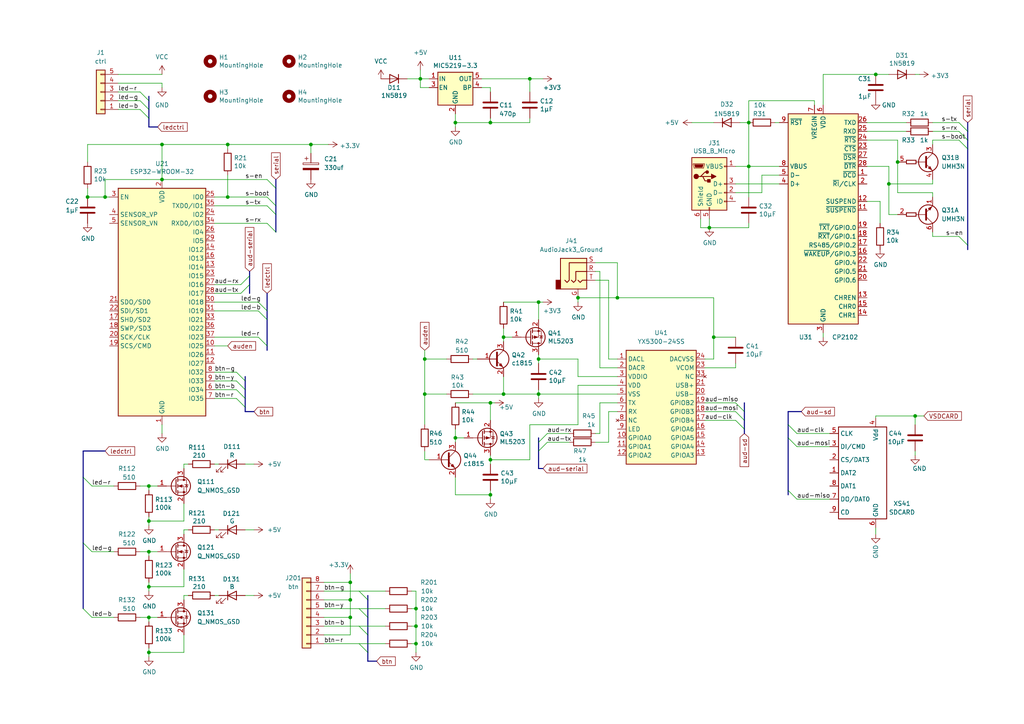
<source format=kicad_sch>
(kicad_sch (version 20230121) (generator eeschema)
  (paper "A4")
  (junction (at 43.18 160.02))
  (junction (at 179.07 86.36))
  (junction (at 101.6 173.99))
  (junction (at 257.81 53.34))
  (junction (at 30.48 57.15))
  (junction (at 120.65 176.53))
  (junction (at 217.17 35.56))
  (junction (at 156.21 104.14))
  (junction (at 123.19 114.3))
  (junction (at 121.92 22.86))
  (junction (at 254 21.59))
  (junction (at 25.4 57.15))
  (junction (at 43.18 151.13))
  (junction (at 167.64 86.36))
  (junction (at 265.43 120.65))
  (junction (at 90.17 41.91))
  (junction (at 101.6 168.91))
  (junction (at 132.08 35.56))
  (junction (at 46.99 41.91))
  (junction (at 123.19 104.14))
  (junction (at 156.21 114.3))
  (junction (at 260.35 46.99))
  (junction (at 120.65 181.61))
  (junction (at 153.67 22.86))
  (junction (at 207.01 97.79))
  (junction (at 142.24 143.51))
  (junction (at 146.05 114.3))
  (junction (at 205.74 66.04))
  (junction (at 217.17 48.26))
  (junction (at 43.18 179.07))
  (junction (at 132.08 127))
  (junction (at 142.24 35.56))
  (junction (at 66.04 57.15))
  (junction (at 46.99 52.07))
  (junction (at 43.18 170.18))
  (junction (at 146.05 97.79))
  (junction (at 43.18 140.97))
  (junction (at 142.24 116.84))
  (junction (at 101.6 179.07))
  (junction (at 156.21 87.63))
  (junction (at 120.65 186.69))
  (junction (at 43.18 189.23))
  (junction (at 142.24 133.35))
  (junction (at 66.04 41.91))
  (bus_entry (at 104.14 176.53) (size 2.54 2.54))
  (bus_entry (at 104.14 181.61) (size 2.54 2.54))
  (bus_entry (at 74.93 97.79) (size 2.54 2.54))
  (bus_entry (at 104.14 171.45) (size 2.54 2.54))
  (bus_entry (at 74.93 87.63) (size 2.54 2.54))
  (bus_entry (at 278.13 35.56) (size 2.54 2.54))
  (bus_entry (at 213.36 119.38) (size 2.54 2.54))
  (bus_entry (at 24.13 157.48) (size 2.54 2.54))
  (bus_entry (at 77.47 59.69) (size 2.54 2.54))
  (bus_entry (at 24.13 176.53) (size 2.54 2.54))
  (bus_entry (at 156.21 128.27) (size 2.54 -2.54))
  (bus_entry (at 69.85 85.09) (size 2.54 -2.54))
  (bus_entry (at 69.85 82.55) (size 2.54 -2.54))
  (bus_entry (at 68.58 110.49) (size 2.54 2.54))
  (bus_entry (at 278.13 68.58) (size 2.54 2.54))
  (bus_entry (at 74.93 90.17) (size 2.54 2.54))
  (bus_entry (at 77.47 57.15) (size 2.54 2.54))
  (bus_entry (at 77.47 52.07) (size 2.54 2.54))
  (bus_entry (at 40.64 26.67) (size 2.54 2.54))
  (bus_entry (at 156.21 130.81) (size 2.54 -2.54))
  (bus_entry (at 40.64 29.21) (size 2.54 2.54))
  (bus_entry (at 40.64 31.75) (size 2.54 2.54))
  (bus_entry (at 68.58 113.03) (size 2.54 2.54))
  (bus_entry (at 228.6 142.24) (size 2.54 2.54))
  (bus_entry (at 228.6 127) (size 2.54 2.54))
  (bus_entry (at 278.13 38.1) (size 2.54 2.54))
  (bus_entry (at 213.36 121.92) (size 2.54 2.54))
  (bus_entry (at 228.6 123.19) (size 2.54 2.54))
  (bus_entry (at 278.13 40.64) (size 2.54 2.54))
  (bus_entry (at 68.58 107.95) (size 2.54 2.54))
  (bus_entry (at 104.14 186.69) (size 2.54 2.54))
  (bus_entry (at 68.58 115.57) (size 2.54 2.54))
  (bus_entry (at 77.47 64.77) (size 2.54 2.54))
  (bus_entry (at 24.13 138.43) (size 2.54 2.54))
  (bus_entry (at 213.36 116.84) (size 2.54 2.54))
  (wire (pts (xy 26.67 179.07) (xy 33.02 179.07)))
  (wire (pts (xy 146.05 97.79) (xy 146.05 99.06)))
  (wire (pts (xy 46.99 52.07) (xy 77.47 52.07)))
  (wire (pts (xy 254 121.285) (xy 254 120.65)))
  (wire (pts (xy 156.21 87.63) (xy 157.48 87.63)))
  (wire (pts (xy 25.4 46.99) (xy 25.4 41.91)))
  (wire (pts (xy 142.24 25.4) (xy 142.24 26.67)))
  (wire (pts (xy 173.99 106.68) (xy 179.07 106.68)))
  (wire (pts (xy 104.14 186.69) (xy 111.76 186.69)))
  (wire (pts (xy 34.29 29.21) (xy 40.64 29.21)))
  (bus (pts (xy 280.67 40.64) (xy 280.67 43.18)))
  (wire (pts (xy 207.01 86.36) (xy 207.01 97.79)))
  (wire (pts (xy 66.04 41.91) (xy 90.17 41.91)))
  (wire (pts (xy 278.13 38.1) (xy 270.51 38.1)))
  (wire (pts (xy 119.38 186.69) (xy 120.65 186.69)))
  (wire (pts (xy 265.43 123.19) (xy 265.43 120.65)))
  (wire (pts (xy 46.99 41.91) (xy 66.04 41.91)))
  (wire (pts (xy 53.34 134.62) (xy 54.61 134.62)))
  (wire (pts (xy 101.6 168.91) (xy 101.6 166.37)))
  (wire (pts (xy 217.17 35.56) (xy 217.17 48.26)))
  (wire (pts (xy 137.16 114.3) (xy 146.05 114.3)))
  (wire (pts (xy 104.14 176.53) (xy 111.76 176.53)))
  (wire (pts (xy 26.67 140.97) (xy 33.02 140.97)))
  (wire (pts (xy 217.17 48.26) (xy 226.06 48.26)))
  (bus (pts (xy 156.21 130.81) (xy 156.21 135.89)))
  (wire (pts (xy 172.72 78.74) (xy 173.99 78.74)))
  (bus (pts (xy 80.01 52.07) (xy 80.01 54.61)))
  (wire (pts (xy 123.19 104.14) (xy 129.54 104.14)))
  (wire (pts (xy 255.27 58.42) (xy 255.27 64.77)))
  (wire (pts (xy 146.05 109.22) (xy 146.05 114.3)))
  (wire (pts (xy 257.81 62.23) (xy 260.35 62.23)))
  (wire (pts (xy 205.74 66.04) (xy 217.17 66.04)))
  (wire (pts (xy 142.24 132.08) (xy 142.24 133.35)))
  (wire (pts (xy 132.08 143.51) (xy 142.24 143.51)))
  (wire (pts (xy 265.43 21.59) (xy 266.7 21.59)))
  (bus (pts (xy 71.12 119.38) (xy 73.66 119.38)))
  (wire (pts (xy 257.81 21.59) (xy 254 21.59)))
  (wire (pts (xy 270.51 68.58) (xy 270.51 67.31)))
  (wire (pts (xy 43.18 160.02) (xy 45.72 160.02)))
  (wire (pts (xy 46.99 125.73) (xy 46.99 123.19)))
  (wire (pts (xy 62.23 90.17) (xy 74.93 90.17)))
  (wire (pts (xy 156.21 104.14) (xy 156.21 105.41)))
  (bus (pts (xy 156.21 128.27) (xy 156.21 130.81)))
  (wire (pts (xy 62.23 153.67) (xy 63.5 153.67)))
  (wire (pts (xy 62.23 110.49) (xy 68.58 110.49)))
  (wire (pts (xy 121.92 22.86) (xy 121.92 25.4)))
  (wire (pts (xy 90.17 41.91) (xy 95.25 41.91)))
  (wire (pts (xy 214.63 35.56) (xy 217.17 35.56)))
  (wire (pts (xy 30.48 57.15) (xy 30.48 52.07)))
  (wire (pts (xy 93.98 168.91) (xy 101.6 168.91)))
  (bus (pts (xy 80.01 59.69) (xy 80.01 62.23)))
  (wire (pts (xy 217.17 48.26) (xy 217.17 57.15)))
  (wire (pts (xy 40.64 179.07) (xy 43.18 179.07)))
  (wire (pts (xy 142.24 143.51) (xy 142.24 144.78)))
  (wire (pts (xy 43.18 140.97) (xy 43.18 142.24)))
  (wire (pts (xy 224.79 35.56) (xy 226.06 35.56)))
  (wire (pts (xy 43.18 179.07) (xy 43.18 180.34)))
  (bus (pts (xy 72.39 80.01) (xy 72.39 82.55)))
  (wire (pts (xy 25.4 57.15) (xy 30.48 57.15)))
  (wire (pts (xy 203.2 66.04) (xy 205.74 66.04)))
  (wire (pts (xy 53.34 153.67) (xy 54.61 153.67)))
  (wire (pts (xy 34.29 26.67) (xy 40.64 26.67)))
  (wire (pts (xy 118.11 22.86) (xy 121.92 22.86)))
  (wire (pts (xy 153.67 22.86) (xy 157.48 22.86)))
  (bus (pts (xy 24.13 130.81) (xy 24.13 138.43)))
  (wire (pts (xy 62.23 172.72) (xy 63.5 172.72)))
  (wire (pts (xy 43.18 151.13) (xy 53.34 151.13)))
  (bus (pts (xy 43.18 31.75) (xy 43.18 34.29)))
  (wire (pts (xy 40.64 160.02) (xy 43.18 160.02)))
  (wire (pts (xy 142.24 116.84) (xy 143.51 116.84)))
  (wire (pts (xy 121.92 25.4) (xy 124.46 25.4)))
  (wire (pts (xy 238.76 21.59) (xy 254 21.59)))
  (bus (pts (xy 80.01 62.23) (xy 80.01 67.31)))
  (wire (pts (xy 43.18 151.13) (xy 43.18 152.4)))
  (wire (pts (xy 43.18 149.86) (xy 43.18 151.13)))
  (wire (pts (xy 251.46 48.26) (xy 257.81 48.26)))
  (bus (pts (xy 71.12 110.49) (xy 71.12 113.03)))
  (wire (pts (xy 93.98 184.15) (xy 101.6 184.15)))
  (wire (pts (xy 53.34 165.1) (xy 53.34 170.18)))
  (wire (pts (xy 121.92 20.32) (xy 121.92 22.86)))
  (wire (pts (xy 251.46 40.64) (xy 260.35 40.64)))
  (bus (pts (xy 215.9 119.38) (xy 215.9 121.92)))
  (wire (pts (xy 179.07 119.38) (xy 176.53 119.38)))
  (wire (pts (xy 71.12 172.72) (xy 73.66 172.72)))
  (wire (pts (xy 153.67 123.19) (xy 167.64 123.19)))
  (bus (pts (xy 77.47 90.17) (xy 77.47 92.71)))
  (bus (pts (xy 215.9 124.46) (xy 215.9 125.73)))
  (wire (pts (xy 62.23 59.69) (xy 77.47 59.69)))
  (wire (pts (xy 153.67 26.67) (xy 153.67 22.86)))
  (wire (pts (xy 132.08 33.02) (xy 132.08 35.56)))
  (wire (pts (xy 231.14 129.54) (xy 240.665 129.54)))
  (wire (pts (xy 90.17 41.91) (xy 90.17 44.45)))
  (wire (pts (xy 270.51 68.58) (xy 278.13 68.58)))
  (wire (pts (xy 217.17 29.21) (xy 217.17 35.56)))
  (wire (pts (xy 53.34 146.05) (xy 53.34 151.13)))
  (bus (pts (xy 106.68 184.15) (xy 106.68 189.23)))
  (wire (pts (xy 43.18 140.97) (xy 45.72 140.97)))
  (wire (pts (xy 142.24 133.35) (xy 142.24 134.62)))
  (bus (pts (xy 280.67 35.56) (xy 280.67 38.1)))
  (wire (pts (xy 132.08 35.56) (xy 132.08 36.83)))
  (wire (pts (xy 123.19 101.6) (xy 123.19 104.14)))
  (wire (pts (xy 176.53 81.28) (xy 176.53 104.14)))
  (wire (pts (xy 62.23 82.55) (xy 69.85 82.55)))
  (wire (pts (xy 93.98 186.69) (xy 104.14 186.69)))
  (wire (pts (xy 62.23 97.79) (xy 74.93 97.79)))
  (wire (pts (xy 207.01 97.79) (xy 207.01 104.14)))
  (wire (pts (xy 153.67 133.35) (xy 153.67 123.19)))
  (wire (pts (xy 120.65 171.45) (xy 119.38 171.45)))
  (wire (pts (xy 179.07 76.2) (xy 172.72 76.2)))
  (wire (pts (xy 53.34 172.72) (xy 54.61 172.72)))
  (wire (pts (xy 43.18 168.91) (xy 43.18 170.18)))
  (bus (pts (xy 71.12 109.22) (xy 71.12 110.49)))
  (wire (pts (xy 132.08 116.84) (xy 142.24 116.84)))
  (wire (pts (xy 204.47 119.38) (xy 213.36 119.38)))
  (wire (pts (xy 142.24 116.84) (xy 142.24 121.92)))
  (wire (pts (xy 205.74 63.5) (xy 205.74 66.04)))
  (bus (pts (xy 71.12 115.57) (xy 71.12 118.11)))
  (wire (pts (xy 257.81 53.34) (xy 257.81 62.23)))
  (wire (pts (xy 142.24 142.24) (xy 142.24 143.51)))
  (bus (pts (xy 280.67 43.18) (xy 280.67 71.12)))
  (wire (pts (xy 43.18 170.18) (xy 43.18 171.45)))
  (wire (pts (xy 132.08 124.46) (xy 132.08 127)))
  (wire (pts (xy 167.64 86.36) (xy 179.07 86.36)))
  (wire (pts (xy 173.99 116.84) (xy 179.07 116.84)))
  (wire (pts (xy 71.12 134.62) (xy 73.66 134.62)))
  (wire (pts (xy 62.23 64.77) (xy 77.47 64.77)))
  (wire (pts (xy 104.14 181.61) (xy 111.76 181.61)))
  (wire (pts (xy 62.23 85.09) (xy 69.85 85.09)))
  (wire (pts (xy 173.99 78.74) (xy 173.99 106.68)))
  (bus (pts (xy 280.67 38.1) (xy 280.67 40.64)))
  (wire (pts (xy 101.6 173.99) (xy 101.6 168.91)))
  (wire (pts (xy 139.7 25.4) (xy 142.24 25.4)))
  (wire (pts (xy 34.29 24.13) (xy 46.99 24.13)))
  (bus (pts (xy 106.68 179.07) (xy 106.68 184.15)))
  (wire (pts (xy 43.18 170.18) (xy 53.34 170.18)))
  (wire (pts (xy 34.29 21.59) (xy 46.99 21.59)))
  (wire (pts (xy 121.92 22.86) (xy 124.46 22.86)))
  (wire (pts (xy 158.75 128.27) (xy 165.1 128.27)))
  (wire (pts (xy 176.53 104.14) (xy 179.07 104.14)))
  (bus (pts (xy 106.68 172.72) (xy 106.68 173.99)))
  (bus (pts (xy 77.47 100.33) (xy 77.47 101.6)))
  (wire (pts (xy 254 153.035) (xy 254 154.94)))
  (wire (pts (xy 62.23 100.33) (xy 66.04 100.33)))
  (wire (pts (xy 93.98 181.61) (xy 104.14 181.61)))
  (wire (pts (xy 204.47 121.92) (xy 213.36 121.92)))
  (wire (pts (xy 93.98 173.99) (xy 101.6 173.99)))
  (wire (pts (xy 120.65 189.23) (xy 120.65 186.69)))
  (wire (pts (xy 62.23 113.03) (xy 68.58 113.03)))
  (wire (pts (xy 204.47 116.84) (xy 213.36 116.84)))
  (wire (pts (xy 101.6 179.07) (xy 101.6 173.99)))
  (wire (pts (xy 46.99 52.07) (xy 46.99 41.91)))
  (wire (pts (xy 62.23 107.95) (xy 68.58 107.95)))
  (wire (pts (xy 123.19 114.3) (xy 123.19 123.19)))
  (bus (pts (xy 71.12 113.03) (xy 71.12 115.57)))
  (bus (pts (xy 228.6 119.38) (xy 228.6 123.19)))
  (wire (pts (xy 265.43 130.81) (xy 265.43 132.08)))
  (bus (pts (xy 106.68 191.77) (xy 109.22 191.77)))
  (wire (pts (xy 142.24 34.29) (xy 142.24 35.56)))
  (wire (pts (xy 123.19 130.81) (xy 123.19 133.35)))
  (wire (pts (xy 217.17 64.77) (xy 217.17 66.04)))
  (wire (pts (xy 53.34 184.15) (xy 53.34 189.23)))
  (wire (pts (xy 236.22 30.48) (xy 236.22 29.21)))
  (wire (pts (xy 132.08 35.56) (xy 142.24 35.56)))
  (wire (pts (xy 257.81 48.26) (xy 257.81 53.34)))
  (wire (pts (xy 71.12 153.67) (xy 73.66 153.67)))
  (wire (pts (xy 251.46 35.56) (xy 262.89 35.56)))
  (wire (pts (xy 270.51 52.07) (xy 270.51 53.34)))
  (wire (pts (xy 260.35 46.99) (xy 260.35 40.64)))
  (wire (pts (xy 142.24 133.35) (xy 153.67 133.35)))
  (bus (pts (xy 228.6 142.24) (xy 228.6 143.51)))
  (wire (pts (xy 172.72 125.73) (xy 173.99 125.73)))
  (wire (pts (xy 123.19 114.3) (xy 129.54 114.3)))
  (wire (pts (xy 251.46 58.42) (xy 255.27 58.42)))
  (wire (pts (xy 123.19 104.14) (xy 123.19 114.3)))
  (wire (pts (xy 62.23 115.57) (xy 68.58 115.57)))
  (wire (pts (xy 30.48 57.15) (xy 31.75 57.15)))
  (bus (pts (xy 80.01 54.61) (xy 80.01 59.69)))
  (wire (pts (xy 213.36 105.41) (xy 213.36 106.68)))
  (wire (pts (xy 93.98 171.45) (xy 104.14 171.45)))
  (wire (pts (xy 132.08 138.43) (xy 132.08 143.51)))
  (wire (pts (xy 179.07 109.22) (xy 167.64 109.22)))
  (wire (pts (xy 142.24 35.56) (xy 153.67 35.56)))
  (wire (pts (xy 146.05 95.25) (xy 146.05 97.79)))
  (wire (pts (xy 119.38 181.61) (xy 120.65 181.61)))
  (wire (pts (xy 25.4 41.91) (xy 46.99 41.91)))
  (wire (pts (xy 254 120.65) (xy 265.43 120.65)))
  (wire (pts (xy 213.36 53.34) (xy 226.06 53.34)))
  (bus (pts (xy 232.41 119.38) (xy 228.6 119.38)))
  (wire (pts (xy 66.04 50.8) (xy 66.04 57.15)))
  (wire (pts (xy 139.7 22.86) (xy 153.67 22.86)))
  (wire (pts (xy 238.76 21.59) (xy 238.76 30.48)))
  (bus (pts (xy 24.13 157.48) (xy 24.13 176.53)))
  (wire (pts (xy 40.64 140.97) (xy 43.18 140.97)))
  (bus (pts (xy 43.18 36.83) (xy 45.72 36.83)))
  (wire (pts (xy 93.98 179.07) (xy 101.6 179.07)))
  (wire (pts (xy 251.46 38.1) (xy 262.89 38.1)))
  (wire (pts (xy 167.64 111.76) (xy 179.07 111.76)))
  (bus (pts (xy 77.47 85.09) (xy 77.47 90.17)))
  (wire (pts (xy 207.01 104.14) (xy 204.47 104.14)))
  (wire (pts (xy 270.51 40.64) (xy 278.13 40.64)))
  (wire (pts (xy 25.4 54.61) (xy 25.4 57.15)))
  (wire (pts (xy 146.05 87.63) (xy 156.21 87.63)))
  (wire (pts (xy 231.14 125.73) (xy 240.665 125.73)))
  (wire (pts (xy 62.23 87.63) (xy 74.93 87.63)))
  (wire (pts (xy 119.38 176.53) (xy 120.65 176.53)))
  (wire (pts (xy 200.66 35.56) (xy 207.01 35.56)))
  (bus (pts (xy 106.68 189.23) (xy 106.68 191.77)))
  (wire (pts (xy 156.21 114.3) (xy 179.07 114.3)))
  (wire (pts (xy 43.18 179.07) (xy 45.72 179.07)))
  (bus (pts (xy 228.6 123.19) (xy 228.6 127)))
  (wire (pts (xy 43.18 189.23) (xy 43.18 190.5)))
  (wire (pts (xy 43.18 187.96) (xy 43.18 189.23)))
  (bus (pts (xy 156.21 127) (xy 156.21 128.27)))
  (wire (pts (xy 220.98 50.8) (xy 220.98 55.88)))
  (bus (pts (xy 72.39 78.74) (xy 72.39 80.01)))
  (wire (pts (xy 43.18 189.23) (xy 53.34 189.23)))
  (wire (pts (xy 270.51 55.88) (xy 270.51 57.15)))
  (bus (pts (xy 71.12 118.11) (xy 71.12 119.38)))
  (wire (pts (xy 120.65 181.61) (xy 120.65 176.53)))
  (wire (pts (xy 213.36 106.68) (xy 204.47 106.68)))
  (wire (pts (xy 179.07 86.36) (xy 179.07 76.2)))
  (wire (pts (xy 167.64 109.22) (xy 167.64 104.14)))
  (wire (pts (xy 156.21 87.63) (xy 156.21 92.71)))
  (bus (pts (xy 43.18 34.29) (xy 43.18 36.83)))
  (wire (pts (xy 172.72 81.28) (xy 176.53 81.28)))
  (wire (pts (xy 207.01 97.79) (xy 213.36 97.79)))
  (bus (pts (xy 215.9 116.84) (xy 215.9 119.38)))
  (wire (pts (xy 26.67 160.02) (xy 33.02 160.02)))
  (wire (pts (xy 62.23 134.62) (xy 63.5 134.62)))
  (wire (pts (xy 93.98 176.53) (xy 104.14 176.53)))
  (wire (pts (xy 53.34 172.72) (xy 53.34 173.99)))
  (wire (pts (xy 62.23 57.15) (xy 66.04 57.15)))
  (wire (pts (xy 172.72 128.27) (xy 176.53 128.27)))
  (bus (pts (xy 215.9 121.92) (xy 215.9 124.46)))
  (wire (pts (xy 123.19 133.35) (xy 124.46 133.35)))
  (wire (pts (xy 132.08 127) (xy 132.08 128.27)))
  (wire (pts (xy 34.29 31.75) (xy 40.64 31.75)))
  (wire (pts (xy 134.62 127) (xy 132.08 127)))
  (wire (pts (xy 257.81 53.34) (xy 270.51 53.34)))
  (wire (pts (xy 156.21 114.3) (xy 156.21 115.57)))
  (wire (pts (xy 236.22 29.21) (xy 217.17 29.21)))
  (wire (pts (xy 176.53 119.38) (xy 176.53 128.27)))
  (wire (pts (xy 104.14 171.45) (xy 111.76 171.45)))
  (wire (pts (xy 226.06 50.8) (xy 220.98 50.8)))
  (wire (pts (xy 203.2 63.5) (xy 203.2 66.04)))
  (wire (pts (xy 167.64 111.76) (xy 167.64 123.19)))
  (wire (pts (xy 270.51 35.56) (xy 278.13 35.56)))
  (wire (pts (xy 146.05 114.3) (xy 156.21 114.3)))
  (bus (pts (xy 30.48 130.81) (xy 24.13 130.81)))
  (wire (pts (xy 156.21 104.14) (xy 167.64 104.14)))
  (wire (pts (xy 153.67 35.56) (xy 153.67 34.29)))
  (wire (pts (xy 30.48 52.07) (xy 46.99 52.07)))
  (wire (pts (xy 260.35 46.99) (xy 260.35 55.88)))
  (wire (pts (xy 53.34 153.67) (xy 53.34 154.94)))
  (wire (pts (xy 66.04 41.91) (xy 66.04 43.18)))
  (wire (pts (xy 156.21 113.03) (xy 156.21 114.3)))
  (wire (pts (xy 137.16 104.14) (xy 138.43 104.14)))
  (wire (pts (xy 148.59 97.79) (xy 146.05 97.79)))
  (wire (pts (xy 101.6 184.15) (xy 101.6 179.07)))
  (wire (pts (xy 231.14 144.78) (xy 240.665 144.78)))
  (wire (pts (xy 156.21 102.87) (xy 156.21 104.14)))
  (wire (pts (xy 213.36 55.88) (xy 220.98 55.88)))
  (bus (pts (xy 24.13 138.43) (xy 24.13 157.48)))
  (bus (pts (xy 157.48 135.89) (xy 156.21 135.89)))
  (wire (pts (xy 270.51 41.91) (xy 270.51 40.64)))
  (bus (pts (xy 77.47 92.71) (xy 77.47 100.33)))
  (wire (pts (xy 46.99 24.13) (xy 46.99 25.4)))
  (bus (pts (xy 72.39 82.55) (xy 72.39 85.09)))
  (wire (pts (xy 77.47 57.15) (xy 66.04 57.15)))
  (wire (pts (xy 53.34 134.62) (xy 53.34 135.89)))
  (bus (pts (xy 43.18 29.21) (xy 43.18 31.75)))
  (wire (pts (xy 238.76 96.52) (xy 238.76 97.79)))
  (wire (pts (xy 265.43 120.65) (xy 267.97 120.65)))
  (wire (pts (xy 120.65 186.69) (xy 120.65 181.61)))
  (wire (pts (xy 173.99 125.73) (xy 173.99 116.84)))
  (wire (pts (xy 158.75 125.73) (xy 165.1 125.73)))
  (bus (pts (xy 228.6 127) (xy 228.6 142.24)))
  (wire (pts (xy 43.18 160.02) (xy 43.18 161.29)))
  (wire (pts (xy 167.64 86.36) (xy 167.64 87.63)))
  (wire (pts (xy 213.36 48.26) (xy 217.17 48.26)))
  (wire (pts (xy 179.07 86.36) (xy 207.01 86.36)))
  (wire (pts (xy 120.65 176.53) (xy 120.65 171.45)))
  (bus (pts (xy 106.68 173.99) (xy 106.68 179.07)))
  (bus (pts (xy 43.18 27.94) (xy 43.18 29.21)))
  (wire (pts (xy 260.35 55.88) (xy 270.51 55.88)))
  (bus (pts (xy 280.67 71.12) (xy 280.67 72.39)))
  (label "led-g" (at 69.85 87.63 0))
  (label "aud-miso" (at 231.14 144.78 0))
  (label "aud-clk" (at 231.14 125.73 0))
  (label "s-tx" (at 273.05 35.56 0))
  (label "led-r" (at 69.85 97.79 0))
  (label "led-b" (at 26.67 179.07 0))
  (label "led-b" (at 69.85 90.17 0))
  (label "s-boot" (at 71.12 57.15 0))
  (label "aud-tx" (at 158.75 128.27 0))
  (label "aud-mosi" (at 231.14 129.54 0))
  (label "aud-miso" (at 204.47 116.84 0))
  (label "led-g" (at 34.29 29.21 0))
  (label "s-en" (at 71.12 52.07 0))
  (label "btn-y" (at 62.23 110.49 0))
  (label "aud-mosi" (at 204.47 119.38 0))
  (label "btn-y" (at 93.98 176.53 0))
  (label "s-rx" (at 273.05 38.1 0))
  (label "s-tx" (at 71.12 59.69 0))
  (label "aud-rx" (at 158.75 125.73 0))
  (label "aud-clk" (at 204.47 121.92 0))
  (label "aud-rx" (at 62.23 82.55 0))
  (label "btn-g" (at 62.23 107.95 0))
  (label "s-en" (at 274.32 68.58 0))
  (label "led-b" (at 34.29 31.75 0))
  (label "led-g" (at 26.67 160.02 0))
  (label "led-r" (at 34.29 26.67 0))
  (label "btn-b" (at 93.98 181.61 0))
  (label "btn-r" (at 93.98 186.69 0))
  (label "btn-r" (at 62.23 115.57 0))
  (label "aud-tx" (at 62.23 85.09 0))
  (label "btn-g" (at 93.98 171.45 0))
  (label "s-rx" (at 71.12 64.77 0))
  (label "s-boot" (at 273.05 40.64 0))
  (label "btn-b" (at 62.23 113.03 0))
  (label "led-r" (at 26.67 140.97 0))
  (global_label "aud-sd" (shape input) (at 232.41 119.38 0) (property "Intersheetrefs" "${INTERSHEET_REFS}" (effects hide)))
  (global_label "aud-serial" (shape input) (at 72.39 78.74 90) (property "Intersheetrefs" "${INTERSHEET_REFS}" (effects hide)))
  (global_label "auden" (shape input) (at 66.04 100.33 0) (property "Intersheetrefs" "${INTERSHEET_REFS}" (effects hide)))
  (global_label "serial" (shape input) (at 280.67 35.56 90) (property "Intersheetrefs" "${INTERSHEET_REFS}" (effects hide)))
  (global_label "VSDCARD" (shape input) (at 267.97 120.65 0) (property "Intersheetrefs" "${INTERSHEET_REFS}" (effects hide)))
  (global_label "aud-serial" (shape input) (at 157.48 135.89 0) (property "Intersheetrefs" "${INTERSHEET_REFS}" (effects hide)))
  (global_label "ledctrl" (shape input) (at 77.47 85.09 90) (property "Intersheetrefs" "${INTERSHEET_REFS}" (effects hide)))
  (global_label "auden" (shape input) (at 123.19 101.6 90) (property "Intersheetrefs" "${INTERSHEET_REFS}" (effects hide)))
  (global_label "aud-sd" (shape input) (at 215.9 125.73 270) (property "Intersheetrefs" "${INTERSHEET_REFS}" (effects hide)))
  (global_label "ledctrl" (shape input) (at 30.48 130.81 0) (property "Intersheetrefs" "${INTERSHEET_REFS}" (effects hide)))
  (global_label "serial" (shape input) (at 80.01 52.07 90) (property "Intersheetrefs" "${INTERSHEET_REFS}" (effects hide)))
  (global_label "ledctrl" (shape input) (at 45.72 36.83 0) (property "Intersheetrefs" "${INTERSHEET_REFS}" (effects hide)))
  (global_label "btn" (shape input) (at 73.66 119.38 0) (property "Intersheetrefs" "${INTERSHEET_REFS}" (effects hide)))
  (global_label "btn" (shape input) (at 109.22 191.77 0) (property "Intersheetrefs" "${INTERSHEET_REFS}" (effects hide)))
  (symbol (lib_id "Device:Q_NPN_BEC") (at 143.51 104.14 0) (unit 1)
    (property "Reference" "Q42" (at 148.3614 102.9716 0) (effects (justify left)))
    (property "Value" "c1815" (at 148.3614 105.283 0) (effects (justify left)))
    (property "Footprint" "Package_TO_SOT_SMD:SOT-23" (effects hide))
  )
  (symbol (lib_id "power:GND") (at 156.21 115.57 0) (unit 1)
    (property "Reference" "#PWR?" (effects hide))
    (property "Value" "GND" (at 156.337 119.9642 0))
  )
  (symbol (lib_id "Device:Q_NMOS_GSD") (at 50.8 160.02 0) (unit 1)
    (property "Reference" "Q121" (at 57.15 158.75 0) (effects (justify left)))
    (property "Value" "Q_NMOS_GSD" (at 57.15 161.29 0) (effects (justify left)))
    (property "Footprint" "Package_TO_SOT_SMD:SOT-23" (effects hide))
  )
  (symbol (lib_id "Device:R") (at 36.83 179.07 90) (unit 1)
    (property "Reference" "R132" (at 39.37 173.99 90) (effects (justify left)))
    (property "Value" "510" (at 39.37 176.53 90) (effects (justify left)))
    (property "Footprint" "Resistor_SMD:R_0805_2012Metric" (effects hide))
  )
  (symbol (lib_id "Device:R") (at 115.57 186.69 90) (unit 1)
    (property "Reference" "R204" (at 127 184.15 90) (effects (justify left)))
    (property "Value" "10k" (at 125.73 186.69 90) (effects (justify left)))
    (property "Footprint" "Resistor_SMD:R_0805_2012Metric" (effects hide))
  )
  (symbol (lib_id "Device:D") (at 210.82 35.56 0) (unit 1)
    (property "Reference" "D32" (at 210.82 30.2514 0))
    (property "Value" "1N5819" (at 210.82 33.02 0))
    (property "Footprint" "Diode_SMD:D_SOD-323" (effects hide))
  )
  (symbol (lib_id "Device:C") (at 156.21 109.22 0) (unit 1)
    (property "Reference" "C42" (at 159.131 108.0516 0) (effects (justify left)))
    (property "Value" "10μF" (at 159.131 110.363 0) (effects (justify left)))
    (property "Footprint" "Capacitor_SMD:C_0805_2012Metric" (effects hide))
  )
  (symbol (lib_id "power:VCC") (at 46.99 21.59 0) (unit 1)
    (property "Reference" "#PWR?" (effects hide))
    (property "Value" "VCC" (at 46.99 16.51 0))
  )
  (symbol (lib_id "Transistor_BJT:UMH3N") (at 265.43 62.23 0) (mirror x) (unit 1)
    (property "Reference" "Q31" (at 273.05 60.96 0) (effects (justify left)))
    (property "Value" "UMH3N" (at 273.05 63.5 0) (effects (justify left)))
    (property "Footprint" "Package_TO_SOT_SMD:SOT-363_SC-70-6" (effects hide))
    (property "Datasheet" "http://rohmfs.rohm.com/en/products/databook/datasheet/discrete/transistor/digital/emh3t2r-e.pdf" (effects hide))
  )
  (symbol (lib_id "YX5300:YX5300-24SS") (at 191.77 118.11 0) (unit 1)
    (property "Reference" "U41" (at 191.77 96.52 0))
    (property "Value" "YX5300-24SS" (at 191.77 99.06 0))
    (property "Footprint" "Package_DFN_QFN:QFN-40-1EP_5x5mm_P0.4mm_EP3.6x3.6mm" (effects hide))
    (property "Datasheet" "http://www.x-powers.com/en.php/Info/product_detail/article_id/95" (effects hide))
  )
  (symbol (lib_id "power:GND") (at 120.65 189.23 0) (unit 1)
    (property "Reference" "#PWR0132" (effects hide))
    (property "Value" "GND" (at 120.777 193.6242 0))
  )
  (symbol (lib_id "Device:C") (at 213.36 101.6 0) (unit 1)
    (property "Reference" "C41" (at 216.281 100.4316 0) (effects (justify left)))
    (property "Value" "10μF" (at 216.281 102.743 0) (effects (justify left)))
    (property "Footprint" "Capacitor_SMD:C_0805_2012Metric" (effects hide))
  )
  (symbol (lib_id "power:GND") (at 205.74 66.04 0) (unit 1)
    (property "Reference" "#PWR?" (effects hide))
    (property "Value" "GND" (at 205.867 70.4342 0))
  )
  (symbol (lib_id "Device:R") (at 168.91 128.27 90) (unit 1)
    (property "Reference" "R47" (at 170.18 130.81 90) (effects (justify left)))
    (property "Value" "1k" (at 170.18 133.35 90) (effects (justify left)))
    (property "Footprint" "Resistor_SMD:R_0805_2012Metric" (effects hide))
  )
  (symbol (lib_id "power:+3.3V") (at 95.25 41.91 270) (unit 1)
    (property "Reference" "#PWR?" (effects hide))
    (property "Value" "+3.3V" (at 98.5012 42.291 90) (effects (justify left)))
  )
  (symbol (lib_id "Device:R") (at 58.42 172.72 90) (unit 1)
    (property "Reference" "R131" (at 59.69 167.8686 90) (effects (justify left)))
    (property "Value" "210" (at 59.69 170.18 90) (effects (justify left)))
    (property "Footprint" "Resistor_SMD:R_1206_3216Metric" (effects hide))
  )
  (symbol (lib_id "Device:D") (at 261.62 21.59 180) (unit 1)
    (property "Reference" "D31" (at 261.62 16.0782 0))
    (property "Value" "1N5819" (at 261.62 18.3896 0))
    (property "Footprint" "Diode_SMD:D_SOD-323" (effects hide))
  )
  (symbol (lib_id "Device:R") (at 133.35 114.3 90) (unit 1)
    (property "Reference" "R43" (at 134.62 109.4486 90) (effects (justify left)))
    (property "Value" "10k" (at 134.62 111.76 90) (effects (justify left)))
    (property "Footprint" "Resistor_SMD:R_0805_2012Metric" (effects hide))
  )
  (symbol (lib_id "power:GND") (at 255.27 72.39 0) (unit 1)
    (property "Reference" "#PWR?" (effects hide))
    (property "Value" "GND" (at 255.397 76.7842 0))
  )
  (symbol (lib_id "microsd-ebay:SD_ebay-uSD-push/push_SMD") (at 250.19 137.16 0) (mirror y) (unit 1)
    (property "Reference" "XS41" (at 259.08 146.05 0) (effects (justify right)))
    (property "Value" "SDCARD" (at 257.81 148.59 0) (effects (justify right)))
    (property "Footprint" "microsd:Conn_uSDcard" (effects hide))
    (property "Datasheet" "_" (effects hide))
    (property "Manf#" "_" (effects hide))
    (property "Manf" "ebay" (effects hide))
  )
  (symbol (lib_id "Regulator_Linear:MIC5219-3.3YM5") (at 132.08 25.4 0) (unit 1)
    (property "Reference" "U11" (at 132.08 16.7132 0))
    (property "Value" "MIC5219-3.3" (at 132.08 19.0246 0))
    (property "Footprint" "Package_TO_SOT_SMD:SOT-23-5" (effects hide))
    (property "Datasheet" "http://ww1.microchip.com/downloads/en/DeviceDoc/MIC5219-500mA-Peak-Output-LDO-Regulator-DS20006021A.pdf" (effects hide))
  )
  (symbol (lib_id "Device:C") (at 25.4 60.96 180) (unit 1)
    (property "Reference" "C22" (at 22.86 58.42 0) (effects (justify left)))
    (property "Value" "1μF" (at 22.86 60.96 0) (effects (justify left)))
    (property "Footprint" "Capacitor_SMD:C_0805_2012Metric" (effects hide))
  )
  (symbol (lib_id "Connector:USB_B_Micro") (at 205.74 53.34 0) (unit 1)
    (property "Reference" "J31" (at 207.1878 41.4782 0))
    (property "Value" "USB_B_Micro" (at 207.1878 43.7896 0))
    (property "Footprint" "Connector_USB:USB_Micro-B_Molex-105017-0001" (effects hide))
  )
  (symbol (lib_id "Device:C") (at 265.43 127 0) (mirror y) (unit 1)
    (property "Reference" "C44" (at 261.62 125.73 0) (effects (justify left)))
    (property "Value" "10μF" (at 262.509 128.143 0) (effects (justify left)))
    (property "Footprint" "Capacitor_SMD:C_0805_2012Metric" (effects hide))
  )
  (symbol (lib_id "power:GND") (at 132.08 36.83 0) (unit 1)
    (property "Reference" "#PWR?" (effects hide))
    (property "Value" "GND" (at 132.207 41.2242 0))
  )
  (symbol (lib_id "Device:C") (at 142.24 30.48 0) (unit 1)
    (property "Reference" "C11" (at 144.78 30.48 0) (effects (justify left)))
    (property "Value" "470p" (at 144.78 33.02 0) (effects (justify left)))
    (property "Footprint" "Capacitor_SMD:C_0805_2012Metric" (effects hide))
  )
  (symbol (lib_id "Device:C") (at 153.67 30.48 0) (unit 1)
    (property "Reference" "C12" (at 156.591 29.3116 0) (effects (justify left)))
    (property "Value" "1μF" (at 156.591 31.623 0) (effects (justify left)))
    (property "Footprint" "Capacitor_SMD:C_0805_2012Metric" (effects hide))
  )
  (symbol (lib_id "power:VCC") (at 110.49 22.86 0) (unit 1)
    (property "Reference" "#PWR?" (effects hide))
    (property "Value" "VCC" (at 110.49 17.78 0))
  )
  (symbol (lib_id "power:GND") (at 265.43 132.08 0) (unit 1)
    (property "Reference" "#PWR?" (effects hide))
    (property "Value" "GND" (at 266.7 135.89 0))
  )
  (symbol (lib_id "power:GND") (at 254 29.21 0) (unit 1)
    (property "Reference" "#PWR?" (effects hide))
    (property "Value" "GND" (at 257.81 30.48 0))
  )
  (symbol (lib_id "Device:R") (at 115.57 176.53 90) (unit 1)
    (property "Reference" "R202" (at 127 173.99 90) (effects (justify left)))
    (property "Value" "10k" (at 125.73 176.53 90) (effects (justify left)))
    (property "Footprint" "Resistor_SMD:R_0805_2012Metric" (effects hide))
  )
  (symbol (lib_id "power:GND") (at 167.64 87.63 0) (unit 1)
    (property "Reference" "#PWR0204" (effects hide))
    (property "Value" "GND" (at 167.767 92.0242 0))
  )
  (symbol (lib_id "power:+3.3V") (at 101.6 166.37 0) (unit 1)
    (property "Reference" "#PWR0131" (effects hide))
    (property "Value" "+3.3V" (at 95.25 163.83 0) (effects (justify left)))
  )
  (symbol (lib_id "Device:R") (at 66.04 46.99 0) (unit 1)
    (property "Reference" "R21" (at 67.818 45.8216 0) (effects (justify left)))
    (property "Value" "10k" (at 67.818 48.133 0) (effects (justify left)))
    (property "Footprint" "Resistor_SMD:R_0805_2012Metric" (effects hide))
  )
  (symbol (lib_id "Device:LED") (at 67.31 172.72 0) (unit 1)
    (property "Reference" "D131" (at 67.1322 167.9956 0))
    (property "Value" "B" (at 67.31 170.18 0))
    (property "Footprint" "LED_THT:LED_D10.0mm" (effects hide))
  )
  (symbol (lib_id "xdeya-rescue:+3.3V-power") (at 157.48 22.86 270) (unit 1)
    (property "Reference" "#PWR?" (effects hide))
    (property "Value" "+3.3V" (at 157.48 25.4 90) (effects (justify left)))
  )
  (symbol (lib_id "Device:LED") (at 67.31 134.62 0) (unit 1)
    (property "Reference" "D111" (at 67.31 129.54 0))
    (property "Value" "R" (at 67.31 132.08 0))
    (property "Footprint" "LED_THT:LED_D10.0mm" (effects hide))
  )
  (symbol (lib_id "Device:R") (at 123.19 127 0) (unit 1)
    (property "Reference" "R46" (at 124.46 125.73 0) (effects (justify left)))
    (property "Value" "510" (at 124.46 128.27 0) (effects (justify left)))
    (property "Footprint" "Resistor_SMD:R_0805_2012Metric" (effects hide))
  )
  (symbol (lib_id "Device:Q_NMOS_GSD") (at 50.8 140.97 0) (unit 1)
    (property "Reference" "Q111" (at 57.15 139.7 0) (effects (justify left)))
    (property "Value" "Q_NMOS_GSD" (at 57.15 142.24 0) (effects (justify left)))
    (property "Footprint" "Package_TO_SOT_SMD:SOT-23" (effects hide))
  )
  (symbol (lib_id "Device:C_Polarized") (at 90.17 48.26 0) (unit 1)
    (property "Reference" "C21" (at 93.98 46.101 0) (effects (justify left)))
    (property "Value" "330uf" (at 93.98 48.641 0) (effects (justify left)))
    (property "Footprint" "Capacitor_Tantalum_SMD:CP_EIA-7343-20_Kemet-V" (effects hide))
  )
  (symbol (lib_id "Device:R") (at 168.91 125.73 90) (unit 1)
    (property "Reference" "R45" (at 172.72 120.65 90) (effects (justify left)))
    (property "Value" "1k" (at 172.72 123.19 90) (effects (justify left)))
    (property "Footprint" "Resistor_SMD:R_0805_2012Metric" (effects hide))
  )
  (symbol (lib_id "Device:R") (at 43.18 146.05 0) (unit 1)
    (property "Reference" "R113" (at 44.958 144.8816 0) (effects (justify left)))
    (property "Value" "100k" (at 44.958 147.193 0) (effects (justify left)))
    (property "Footprint" "Resistor_SMD:R_0805_2012Metric" (effects hide))
  )
  (symbol (lib_id "power:GND") (at 46.99 125.73 0) (unit 1)
    (property "Reference" "#PWR?" (effects hide))
    (property "Value" "GND" (at 47.117 130.1242 0))
  )
  (symbol (lib_id "RF_Module:ESP32-WROOM-32") (at 46.99 87.63 0) (unit 1)
    (property "Reference" "U21" (at 46.99 47.4726 0))
    (property "Value" "ESP32-WROOM-32" (at 46.99 49.784 0))
    (property "Footprint" "RF_Module:ESP32-WROOM-32" (effects hide))
    (property "Datasheet" "https://www.espressif.com/sites/default/files/documentation/esp32-wroom-32_datasheet_en.pdf" (effects hide))
  )
  (symbol (lib_id "Device:C") (at 217.17 60.96 0) (unit 1)
    (property "Reference" "C32" (at 220.091 59.7916 0) (effects (justify left)))
    (property "Value" "10μF" (at 220.091 62.103 0) (effects (justify left)))
    (property "Footprint" "Capacitor_SMD:C_0805_2012Metric" (effects hide))
  )
  (symbol (lib_id "Device:R") (at 266.7 35.56 90) (unit 1)
    (property "Reference" "R32" (at 265.43 33.02 90) (effects (justify left)))
    (property "Value" "1k" (at 269.24 33.02 90) (effects (justify left)))
    (property "Footprint" "Resistor_SMD:R_0805_2012Metric" (effects hide))
  )
  (symbol (lib_id "Device:R") (at 58.42 153.67 90) (unit 1)
    (property "Reference" "R121" (at 59.69 148.8186 90) (effects (justify left)))
    (property "Value" "210" (at 59.69 151.13 90) (effects (justify left)))
    (property "Footprint" "Resistor_SMD:R_1206_3216Metric" (effects hide))
  )
  (symbol (lib_id "Device:R") (at 36.83 140.97 90) (unit 1)
    (property "Reference" "R112" (at 39.37 135.89 90) (effects (justify left)))
    (property "Value" "510" (at 39.37 138.43 90) (effects (justify left)))
    (property "Footprint" "Resistor_SMD:R_0805_2012Metric" (effects hide))
  )
  (symbol (lib_id "power:GND") (at 254 154.94 0) (unit 1)
    (property "Reference" "#PWR?" (effects hide))
    (property "Value" "GND" (at 254 160.02 90))
  )
  (symbol (lib_id "Device:D") (at 114.3 22.86 180) (unit 1)
    (property "Reference" "D11" (at 114.3 25.4 0))
    (property "Value" "1N5819" (at 114.3 27.7114 0))
    (property "Footprint" "Diode_SMD:D_SOD-323" (effects hide))
  )
  (symbol (lib_id "Connector_Generic:Conn_01x05") (at 29.21 26.67 180) (unit 1)
    (property "Reference" "J1" (at 29.21 15.24 0))
    (property "Value" "ctrl" (at 29.21 17.78 0))
    (property "Footprint" "Connector_JST:JST_XH_S5B-XH-A-1_1x05_P2.50mm_Horizontal" (effects hide))
  )
  (symbol (lib_id "Connector_Audio:AudioJack3_Ground") (at 167.64 78.74 0) (unit 1)
    (property "Reference" "J41" (at 165.735 69.85 0))
    (property "Value" "AudioJack3_Ground" (at 165.735 72.39 0))
    (property "Footprint" "Connector_Audio:Jack_3.5mm_CUI_SJ-3524-SMT_Horizontal" (effects hide))
  )
  (symbol (lib_id "Device:R") (at 115.57 171.45 90) (unit 1)
    (property "Reference" "R201" (at 127 168.91 90) (effects (justify left)))
    (property "Value" "10k" (at 125.73 171.45 90) (effects (justify left)))
    (property "Footprint" "Resistor_SMD:R_0805_2012Metric" (effects hide))
  )
  (symbol (lib_id "power:GND") (at 43.18 190.5 0) (unit 1)
    (property "Reference" "#PWR0122" (effects hide))
    (property "Value" "GND" (at 43.307 194.8942 0))
  )
  (symbol (lib_id "power:GND") (at 46.99 25.4 0) (unit 1)
    (property "Reference" "#PWR?" (effects hide))
    (property "Value" "GND" (at 46.99 30.48 0))
  )
  (symbol (lib_id "Device:R") (at 36.83 160.02 90) (unit 1)
    (property "Reference" "R122" (at 39.37 154.94 90) (effects (justify left)))
    (property "Value" "510" (at 39.37 157.48 90) (effects (justify left)))
    (property "Footprint" "Resistor_SMD:R_0805_2012Metric" (effects hide))
  )
  (symbol (lib_id "Mechanical:MountingHole") (at 83.82 17.78 0) (unit 1)
    (property "Reference" "H2" (at 86.36 16.6116 0) (effects (justify left)))
    (property "Value" "MountingHole" (at 86.36 18.923 0) (effects (justify left)))
    (property "Footprint" "MountingHole:MountingHole_3.2mm_M3" (effects hide))
  )
  (symbol (lib_id "Device:R") (at 25.4 50.8 0) (unit 1)
    (property "Reference" "R23" (at 27.178 49.6316 0) (effects (justify left)))
    (property "Value" "10k" (at 27.178 51.943 0) (effects (justify left)))
    (property "Footprint" "Resistor_SMD:R_0805_2012Metric" (effects hide))
  )
  (symbol (lib_id "Device:R") (at 115.57 181.61 90) (unit 1)
    (property "Reference" "R203" (at 127 179.07 90) (effects (justify left)))
    (property "Value" "10k" (at 125.73 181.61 90) (effects (justify left)))
    (property "Footprint" "Resistor_SMD:R_0805_2012Metric" (effects hide))
  )
  (symbol (lib_id "Device:R") (at 133.35 104.14 90) (unit 1)
    (property "Reference" "R42" (at 135.89 99.06 90) (effects (justify left)))
    (property "Value" "510" (at 135.89 101.6 90) (effects (justify left)))
    (property "Footprint" "Resistor_SMD:R_0805_2012Metric" (effects hide))
  )
  (symbol (lib_id "Mechanical:MountingHole") (at 60.96 17.78 0) (unit 1)
    (property "Reference" "H1" (at 63.5 16.6116 0) (effects (justify left)))
    (property "Value" "MountingHole" (at 63.5 18.923 0) (effects (justify left)))
    (property "Footprint" "MountingHole:MountingHole_3.2mm_M3" (effects hide))
  )
  (symbol (lib_id "Mechanical:MountingHole") (at 60.96 27.94 0) (unit 1)
    (property "Reference" "H3" (at 63.5 26.7716 0) (effects (justify left)))
    (property "Value" "MountingHole" (at 63.5 29.083 0) (effects (justify left)))
    (property "Footprint" "MountingHole:MountingHole_3.2mm_M3" (effects hide))
  )
  (symbol (lib_id "Device:R") (at 266.7 38.1 90) (unit 1)
    (property "Reference" "R33" (at 265.43 40.64 90) (effects (justify left)))
    (property "Value" "1k" (at 269.24 40.64 90) (effects (justify left)))
    (property "Footprint" "Resistor_SMD:R_0805_2012Metric" (effects hide))
  )
  (symbol (lib_id "power:GND") (at 238.76 97.79 0) (unit 1)
    (property "Reference" "#PWR?" (effects hide))
    (property "Value" "GND" (effects hide))
  )
  (symbol (lib_id "power:GND") (at 25.4 64.77 0) (unit 1)
    (property "Reference" "#PWR?" (effects hide))
    (property "Value" "GND" (at 25.527 69.1642 0))
  )
  (symbol (lib_id "power:GND") (at 43.18 152.4 0) (unit 1)
    (property "Reference" "#PWR033" (effects hide))
    (property "Value" "GND" (at 43.307 156.7942 0))
  )
  (symbol (lib_id "Device:LED") (at 67.31 153.67 0) (unit 1)
    (property "Reference" "D121" (at 67.1322 148.9456 0))
    (property "Value" "G" (at 67.31 151.13 0))
    (property "Footprint" "LED_THT:LED_D10.0mm" (effects hide))
  )
  (symbol (lib_id "power:+5V") (at 143.51 116.84 270) (unit 1)
    (property "Reference" "#PWR041" (effects hide))
    (property "Value" "+5V" (at 144.78 118.11 90) (effects (justify left)))
  )
  (symbol (lib_id "Device:R") (at 255.27 68.58 0) (unit 1)
    (property "Reference" "R34" (at 257.048 67.4116 0) (effects (justify left)))
    (property "Value" "10k" (at 257.048 69.723 0) (effects (justify left)))
    (property "Footprint" "Resistor_SMD:R_0805_2012Metric" (effects hide))
  )
  (symbol (lib_id "Device:C") (at 254 25.4 180) (unit 1)
    (property "Reference" "C31" (at 252.73 22.86 0) (effects (justify left)))
    (property "Value" "1μF" (at 252.73 27.94 0) (effects (justify left)))
    (property "Footprint" "Capacitor_SMD:C_0805_2012Metric" (effects hide))
  )
  (symbol (lib_id "power:+5V") (at 200.66 35.56 90) (unit 1)
    (property "Reference" "#PWR?" (effects hide))
    (property "Value" "+5V" (at 196.85 35.56 90) (effects (justify left)))
  )
  (symbol (lib_id "power:+5V") (at 73.66 172.72 270) (unit 1)
    (property "Reference" "#PWR0121" (effects hide))
    (property "Value" "+5V" (at 77.47 172.72 90) (effects (justify left)))
  )
  (symbol (lib_id "Device:R") (at 220.98 35.56 90) (unit 1)
    (property "Reference" "R31" (at 222.25 33.02 90) (effects (justify left)))
    (property "Value" "10k" (at 222.25 30.48 90) (effects (justify left)))
    (property "Footprint" "Resistor_SMD:R_0805_2012Metric" (effects hide))
  )
  (symbol (lib_id "Device:R") (at 43.18 165.1 0) (unit 1)
    (property "Reference" "R123" (at 44.958 163.9316 0) (effects (justify left)))
    (property "Value" "100k" (at 44.958 166.243 0) (effects (justify left)))
    (property "Footprint" "Resistor_SMD:R_0805_2012Metric" (effects hide))
  )
  (symbol (lib_id "Interface_USB:CP2102N-Axx-xQFN28") (at 238.76 63.5 0) (unit 1)
    (property "Reference" "U31" (at 233.68 97.79 0))
    (property "Value" "CP2102" (at 245.11 97.79 0))
    (property "Footprint" "Package_DFN_QFN:QFN-28-1EP_5x5mm_P0.5mm_EP3.35x3.35mm" (effects hide))
    (property "Datasheet" "https://www.silabs.com/documents/public/data-sheets/cp2102n-datasheet.pdf" (effects hide))
  )
  (symbol (lib_id "Connector_Generic:Conn_01x08") (at 88.9 179.07 180) (unit 1)
    (property "Reference" "J201" (at 85.09 167.64 0))
    (property "Value" "btn" (at 85.09 170.18 0))
    (property "Footprint" "Connector_JST:JST_XH_S5B-XH-A-1_1x08_P2.50mm_Horizontal" (effects hide))
  )
  (symbol (lib_id "power:+5V") (at 121.92 20.32 0) (unit 1)
    (property "Reference" "#PWR?" (effects hide))
    (property "Value" "+5V" (at 121.92 15.24 0))
  )
  (symbol (lib_id "Device:R") (at 58.42 134.62 90) (unit 1)
    (property "Reference" "R111" (at 59.69 129.7686 90) (effects (justify left)))
    (property "Value" "210" (at 59.69 132.08 90) (effects (justify left)))
    (property "Footprint" "Resistor_SMD:R_1206_3216Metric" (effects hide))
  )
  (symbol (lib_id "Device:Q_PMOS_GSD") (at 153.67 97.79 0) (mirror x) (unit 1)
    (property "Reference" "Q41" (at 158.877 96.6216 0) (effects (justify left)))
    (property "Value" "ML5203" (at 158.877 98.933 0) (effects (justify left)))
    (property "Footprint" "Package_TO_SOT_SMD:SOT-23" (effects hide))
  )
  (symbol (lib_id "xdeya-rescue:+3.3V-power") (at 157.48 87.63 270) (unit 1)
    (property "Reference" "#PWR0201" (effects hide))
    (property "Value" "+3.3V" (at 157.48 90.17 90) (effects (justify left)))
  )
  (symbol (lib_id "Device:R") (at 146.05 91.44 0) (unit 1)
    (property "Reference" "R41" (at 147.828 90.2716 0) (effects (justify left)))
    (property "Value" "10k" (at 147.828 92.583 0) (effects (justify left)))
    (property "Footprint" "Resistor_SMD:R_0805_2012Metric" (effects hide))
  )
  (symbol (lib_id "Device:R") (at 43.18 184.15 0) (unit 1)
    (property "Reference" "R133" (at 44.958 182.9816 0) (effects (justify left)))
    (property "Value" "100k" (at 44.958 185.293 0) (effects (justify left)))
    (property "Footprint" "Resistor_SMD:R_0805_2012Metric" (effects hide))
  )
  (symbol (lib_id "power:+5V") (at 73.66 134.62 270) (unit 1)
    (property "Reference" "#PWR032" (effects hide))
    (property "Value" "+5V" (at 77.47 134.62 90) (effects (justify left)))
  )
  (symbol (lib_id "Transistor_BJT:UMH3N") (at 265.43 46.99 0) (unit 2)
    (property "Reference" "Q31" (at 273.05 45.72 0) (effects (justify left)))
    (property "Value" "UMH3N" (at 273.05 48.26 0) (effects (justify left)))
    (property "Footprint" "Package_TO_SOT_SMD:SOT-363_SC-70-6" (effects hide))
    (property "Datasheet" "http://rohmfs.rohm.com/en/products/databook/datasheet/discrete/transistor/digital/emh3t2r-e.pdf" (effects hide))
  )
  (symbol (lib_id "power:GND") (at 142.24 144.78 0) (unit 1)
    (property "Reference" "#PWR0203" (effects hide))
    (property "Value" "GND" (at 142.367 149.1742 0))
  )
  (symbol (lib_id "Device:Q_NPN_BEC") (at 129.54 133.35 0) (unit 1)
    (property "Reference" "Q44" (at 134.3914 132.1816 0) (effects (justify left)))
    (property "Value" "c1815" (at 134.3914 134.493 0) (effects (justify left)))
    (property "Footprint" "Package_TO_SOT_SMD:SOT-23" (effects hide))
  )
  (symbol (lib_id "power:+5V") (at 73.66 153.67 270) (unit 1)
    (property "Reference" "#PWR0111" (effects hide))
    (property "Value" "+5V" (at 77.47 153.67 90) (effects (justify left)))
  )
  (symbol (lib_id "power:GND") (at 90.17 52.07 0) (unit 1)
    (property "Reference" "#PWR?" (effects hide))
    (property "Value" "GND" (at 90.297 56.4642 0))
  )
  (symbol (lib_id "Mechanical:MountingHole") (at 83.82 27.94 0) (unit 1)
    (property "Reference" "H4" (at 86.36 26.7716 0) (effects (justify left)))
    (property "Value" "MountingHole" (at 86.36 29.083 0) (effects (justify left)))
    (property "Footprint" "MountingHole:MountingHole_3.2mm_M3" (effects hide))
  )
  (symbol (lib_id "Device:Q_NMOS_GSD") (at 50.8 179.07 0) (unit 1)
    (property "Reference" "Q131" (at 57.15 177.8 0) (effects (justify left)))
    (property "Value" "Q_NMOS_GSD" (at 57.15 180.34 0) (effects (justify left)))
    (property "Footprint" "Package_TO_SOT_SMD:SOT-23" (effects hide))
  )
  (symbol (lib_id "power:GND") (at 43.18 171.45 0) (unit 1)
    (property "Reference" "#PWR0112" (effects hide))
    (property "Value" "GND" (at 43.307 175.8442 0))
  )
  (symbol (lib_id "Device:R") (at 132.08 120.65 0) (unit 1)
    (property "Reference" "R44" (at 133.858 119.4816 0) (effects (justify left)))
    (property "Value" "10k" (at 133.858 121.793 0) (effects (justify left)))
    (property "Footprint" "Resistor_SMD:R_0805_2012Metric" (effects hide))
  )
  (symbol (lib_id "Device:Q_PMOS_GSD") (at 139.7 127 0) (mirror x) (unit 1)
    (property "Reference" "Q43" (at 144.907 125.8316 0) (effects (justify left)))
    (property "Value" "ML5203" (at 144.907 128.143 0) (effects (justify left)))
    (property "Footprint" "Package_TO_SOT_SMD:SOT-23" (effects hide))
  )
  (symbol (lib_id "xdeya-rescue:+3.3V-power") (at 266.7 21.59 270) (unit 1)
    (property "Reference" "#PWR?" (effects hide))
    (property "Value" "+3.3V" (at 269.9512 21.971 90) (effects (justify left)))
  )
  (symbol (lib_id "Device:C") (at 142.24 138.43 0) (unit 1)
    (property "Reference" "C43" (at 145.161 137.2616 0) (effects (justify left)))
    (property "Value" "10μF" (at 145.161 139.573 0) (effects (justify left)))
    (property "Footprint" "Capacitor_SMD:C_0805_2012Metric" (effects hide))
  )
)
</source>
